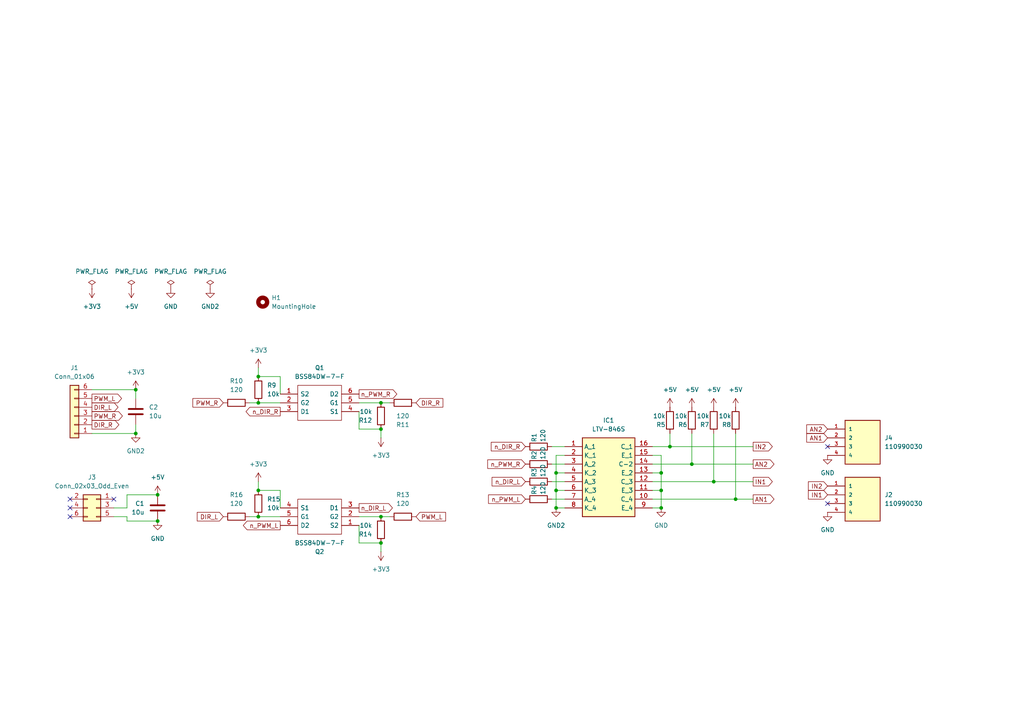
<source format=kicad_sch>
(kicad_sch (version 20231120) (generator "eeschema") (generator_version "8.0")
  (paper "A4")
  (lib_symbols
    (symbol "110990030:110990030" (pin_names (offset 1.016))
      (property "Reference" "J" (at -5.08 5.842 0))
      (property "Value" "110990030" (at -5.08 -8.382 0))
      (symbol "110990030_0_0"
        (rectangle (start -5.08 -7.62) (end 5.08 5.08) (stroke (width 0.254)) (fill (type background)))
        (pin passive line (at -10.16 2.54 0) (length 5.08) (name "1") (number "1"))
        (pin passive line (at -10.16 0 0) (length 5.08) (name "2") (number "2"))
        (pin passive line (at -10.16 -2.54 0) (length 5.08) (name "3") (number "3"))
        (pin passive line (at -10.16 -5.08 0) (length 5.08) (name "4") (number "4"))
      )
    )
    (symbol "BSS84DW-7-F:BSS84DW-7-F" (pin_names (offset 0.762))
      (property "Reference" "Q" (at 19.05 7.62 0))
      (property "Value" "BSS84DW-7-F" (at 19.05 5.08 0))
      (symbol "BSS84DW-7-F_0_0"
        (pin passive line (at 0 0 0) (length 5.08) (name "S2") (number "1"))
        (pin passive line (at 0 -2.54 0) (length 5.08) (name "G2") (number "2"))
        (pin passive line (at 0 -5.08 0) (length 5.08) (name "D1") (number "3"))
        (pin passive line (at 22.86 -5.08 180) (length 5.08) (name "S1") (number "4"))
        (pin passive line (at 22.86 -2.54 180) (length 5.08) (name "G1") (number "5"))
        (pin passive line (at 22.86 0 180) (length 5.08) (name "D2") (number "6"))
      )
      (symbol "BSS84DW-7-F_0_1"
        (polyline (pts (xy 5.08 2.54) (xy 17.78 2.54) (xy 17.78 -7.62) (xy 5.08 -7.62) (xy 5.08 2.54)) (stroke (width 0.1524)))
      )
    )
    (symbol "Connector_Generic:Conn_01x06" (pin_names (offset 1.016) hide)
      (property "Reference" "J" (at 0 7.62 0))
      (property "Value" "Conn_01x06" (at 0 -10.16 0))
      (symbol "Conn_01x06_1_1"
        (rectangle (start -1.27 -7.493) (end 0 -7.747) (stroke (width 0.1524)))
        (rectangle (start -1.27 -4.953) (end 0 -5.207) (stroke (width 0.1524)))
        (rectangle (start -1.27 -2.413) (end 0 -2.667) (stroke (width 0.1524)))
        (rectangle (start -1.27 0.127) (end 0 -0.127) (stroke (width 0.1524)))
        (rectangle (start -1.27 2.667) (end 0 2.413) (stroke (width 0.1524)))
        (rectangle (start -1.27 5.207) (end 0 4.953) (stroke (width 0.1524)))
        (rectangle (start -1.27 6.35) (end 1.27 -8.89) (stroke (width 0.254)) (fill (type background)))
        (pin passive line (at -5.08 5.08 0) (length 3.81) (name "Pin_1") (number "1"))
        (pin passive line (at -5.08 2.54 0) (length 3.81) (name "Pin_2") (number "2"))
        (pin passive line (at -5.08 0 0) (length 3.81) (name "Pin_3") (number "3"))
        (pin passive line (at -5.08 -2.54 0) (length 3.81) (name "Pin_4") (number "4"))
        (pin passive line (at -5.08 -5.08 0) (length 3.81) (name "Pin_5") (number "5"))
        (pin passive line (at -5.08 -7.62 0) (length 3.81) (name "Pin_6") (number "6"))
      )
    )
    (symbol "Connector_Generic:Conn_02x03_Odd_Even" (pin_names (offset 1.016) hide)
      (property "Reference" "J" (at 1.27 5.08 0))
      (property "Value" "Conn_02x03_Odd_Even" (at 1.27 -5.08 0))
      (symbol "Conn_02x03_Odd_Even_1_1"
        (rectangle (start -1.27 -2.413) (end 0 -2.667) (stroke (width 0.1524)))
        (rectangle (start -1.27 0.127) (end 0 -0.127) (stroke (width 0.1524)))
        (rectangle (start -1.27 2.667) (end 0 2.413) (stroke (width 0.1524)))
        (rectangle (start -1.27 3.81) (end 3.81 -3.81) (stroke (width 0.254)) (fill (type background)))
        (rectangle (start 3.81 -2.413) (end 2.54 -2.667) (stroke (width 0.1524)))
        (rectangle (start 3.81 0.127) (end 2.54 -0.127) (stroke (width 0.1524)))
        (rectangle (start 3.81 2.667) (end 2.54 2.413) (stroke (width 0.1524)))
        (pin passive line (at -5.08 2.54 0) (length 3.81) (name "Pin_1") (number "1"))
        (pin passive line (at 7.62 2.54 180) (length 3.81) (name "Pin_2") (number "2"))
        (pin passive line (at -5.08 0 0) (length 3.81) (name "Pin_3") (number "3"))
        (pin passive line (at 7.62 0 180) (length 3.81) (name "Pin_4") (number "4"))
        (pin passive line (at -5.08 -2.54 0) (length 3.81) (name "Pin_5") (number "5"))
        (pin passive line (at 7.62 -2.54 180) (length 3.81) (name "Pin_6") (number "6"))
      )
    )
    (symbol "Device:C" (pin_numbers hide) (pin_names (offset 0.254))
      (property "Reference" "C" (at 0.635 2.54 0))
      (property "Value" "C" (at 0.635 -2.54 0))
      (symbol "C_0_1"
        (polyline (pts (xy -2.032 -0.762) (xy 2.032 -0.762)) (stroke (width 0.508)))
        (polyline (pts (xy -2.032 0.762) (xy 2.032 0.762)) (stroke (width 0.508)))
      )
      (symbol "C_1_1"
        (pin passive line (at 0 3.81 270) (length 2.794) (name "~") (number "1"))
        (pin passive line (at 0 -3.81 90) (length 2.794) (name "~") (number "2"))
      )
    )
    (symbol "Device:R" (pin_numbers hide) (pin_names (offset 0))
      (property "Reference" "R" (at 2.032 0 90))
      (property "Value" "R" (at 0 0 90))
      (symbol "R_0_1"
        (rectangle (start -1.016 -2.54) (end 1.016 2.54) (stroke (width 0.254)))
      )
      (symbol "R_1_1"
        (pin passive line (at 0 3.81 270) (length 1.27) (name "~") (number "1"))
        (pin passive line (at 0 -3.81 90) (length 1.27) (name "~") (number "2"))
      )
    )
    (symbol "LTV-846S:LTV-846S"
      (property "Reference" "IC" (at 21.59 7.62 0))
      (property "Value" "LTV-846S" (at 21.59 5.08 0))
      (symbol "LTV-846S_1_1"
        (rectangle (start 5.08 2.54) (end 20.32 -20.32) (stroke (width 0.254)) (fill (type background)))
        (pin passive line (at 0 0 0) (length 5.08) (name "A_1") (number "1"))
        (pin passive line (at 25.4 -15.24 180) (length 5.08) (name "C_4") (number "10"))
        (pin passive line (at 25.4 -12.7 180) (length 5.08) (name "E_3") (number "11"))
        (pin passive line (at 25.4 -10.16 180) (length 5.08) (name "C_3") (number "12"))
        (pin passive line (at 25.4 -7.62 180) (length 5.08) (name "E_2") (number "13"))
        (pin passive line (at 25.4 -5.08 180) (length 5.08) (name "C-2") (number "14"))
        (pin passive line (at 25.4 -2.54 180) (length 5.08) (name "E_1") (number "15"))
        (pin passive line (at 25.4 0 180) (length 5.08) (name "C_1") (number "16"))
        (pin passive line (at 0 -2.54 0) (length 5.08) (name "K_1") (number "2"))
        (pin passive line (at 0 -5.08 0) (length 5.08) (name "A_2") (number "3"))
        (pin passive line (at 0 -7.62 0) (length 5.08) (name "K_2") (number "4"))
        (pin passive line (at 0 -10.16 0) (length 5.08) (name "A_3") (number "5"))
        (pin passive line (at 0 -12.7 0) (length 5.08) (name "K_3") (number "6"))
        (pin passive line (at 0 -15.24 0) (length 5.08) (name "A_4") (number "7"))
        (pin passive line (at 0 -17.78 0) (length 5.08) (name "K_4") (number "8"))
        (pin passive line (at 25.4 -17.78 180) (length 5.08) (name "E_4") (number "9"))
      )
    )
    (symbol "Mechanical:MountingHole" (pin_names (offset 1.016)) (exclude_from_sim yes) (in_bom no)
      (property "Reference" "H" (at 0 5.08 0))
      (property "Value" "MountingHole" (at 0 3.175 0))
      (symbol "MountingHole_0_1"
        (circle (center 0 0) (radius 1.27) (stroke (width 1.27)))
      )
    )
    (symbol "power:+3V3" (power) (pin_numbers hide) (pin_names (offset 0) hide)
      (property "Value" "+3V3" (at 0 3.556 0))
      (symbol "+3V3_0_1"
        (polyline (pts (xy -0.762 1.27) (xy 0 2.54)))
        (polyline (pts (xy 0 0) (xy 0 2.54)))
        (polyline (pts (xy 0 2.54) (xy 0.762 1.27)))
      )
      (symbol "+3V3_1_1"
        (pin power_in line (at 0 0 90) (length 0) (name "~") (number "1"))
      )
    )
    (symbol "power:+5V" (power) (pin_numbers hide) (pin_names (offset 0) hide)
      (property "Value" "+5V" (at 0 3.556 0))
      (symbol "+5V_0_1"
        (polyline (pts (xy -0.762 1.27) (xy 0 2.54)))
        (polyline (pts (xy 0 0) (xy 0 2.54)))
        (polyline (pts (xy 0 2.54) (xy 0.762 1.27)))
      )
      (symbol "+5V_1_1"
        (pin power_in line (at 0 0 90) (length 0) (name "~") (number "1"))
      )
    )
    (symbol "power:GND" (power) (pin_numbers hide) (pin_names (offset 0) hide)
      (property "Value" "GND" (at 0 -3.81 0))
      (symbol "GND_0_1"
        (polyline (pts (xy 0 0) (xy 0 -1.27) (xy 1.27 -1.27) (xy 0 -2.54) (xy -1.27 -1.27) (xy 0 -1.27)))
      )
      (symbol "GND_1_1"
        (pin power_in line (at 0 0 270) (length 0) (name "~") (number "1"))
      )
    )
    (symbol "power:GND1" (power) (pin_numbers hide) (pin_names (offset 0) hide)
      (property "Value" "GND1" (at 0 -3.81 0))
      (symbol "GND1_0_1"
        (polyline (pts (xy 0 0) (xy 0 -1.27) (xy 1.27 -1.27) (xy 0 -2.54) (xy -1.27 -1.27) (xy 0 -1.27)))
      )
      (symbol "GND1_1_1"
        (pin power_in line (at 0 0 270) (length 0) (name "~") (number "1"))
      )
    )
    (symbol "power:GND2" (power) (pin_numbers hide) (pin_names (offset 0) hide)
      (property "Value" "GND2" (at 0 -3.81 0))
      (symbol "GND2_0_1"
        (polyline (pts (xy 0 0) (xy 0 -1.27) (xy 1.27 -1.27) (xy 0 -2.54) (xy -1.27 -1.27) (xy 0 -1.27)))
      )
      (symbol "GND2_1_1"
        (pin power_in line (at 0 0 270) (length 0) (name "~") (number "1"))
      )
    )
    (symbol "power:PWR_FLAG" (power) (pin_numbers hide) (pin_names (offset 0) hide)
      (property "Value" "PWR_FLAG" (at 0 3.81 0))
      (symbol "PWR_FLAG_0_0"
        (pin power_out line (at 0 0 90) (length 0) (name "~") (number "1"))
      )
      (symbol "PWR_FLAG_0_1"
        (polyline (pts (xy 0 0) (xy 0 1.27) (xy -1.016 1.905) (xy 0 2.54) (xy 1.016 1.905) (xy 0 1.27)))
      )
    )
  )
  (junction (at 207.01 139.7))
  (junction (at 39.37 125.73))
  (junction (at 110.49 149.86))
  (junction (at 194.31 129.54))
  (junction (at 45.72 143.51))
  (junction (at 161.29 142.24))
  (junction (at 191.77 147.32))
  (junction (at 200.66 134.62))
  (junction (at 110.49 124.46))
  (junction (at 74.93 149.86))
  (junction (at 191.77 137.16))
  (junction (at 161.29 147.32))
  (junction (at 213.36 144.78))
  (junction (at 161.29 137.16))
  (junction (at 45.72 151.13))
  (junction (at 191.77 142.24))
  (junction (at 39.37 113.03))
  (junction (at 110.49 157.48))
  (junction (at 110.49 116.84))
  (junction (at 74.93 142.24))
  (junction (at 74.93 109.22))
  (junction (at 74.93 116.84))
  (no_connect (at 240.03 146.05))
  (no_connect (at 240.03 129.54))
  (no_connect (at 20.32 149.86))
  (no_connect (at 20.32 144.78))
  (no_connect (at 33.02 144.78))
  (no_connect (at 20.32 147.32))
  (wire (pts (xy 194.31 125.73) (xy 194.31 129.54)))
  (wire (pts (xy 110.49 124.46) (xy 104.14 124.46)))
  (wire (pts (xy 104.14 124.46) (xy 104.14 119.38)))
  (wire (pts (xy 104.14 157.48) (xy 104.14 152.4)))
  (wire (pts (xy 72.39 149.86) (xy 74.93 149.86)))
  (wire (pts (xy 213.36 144.78) (xy 218.44 144.78)))
  (wire (pts (xy 113.03 149.86) (xy 110.49 149.86)))
  (wire (pts (xy 189.23 147.32) (xy 191.77 147.32)))
  (wire (pts (xy 191.77 132.08) (xy 191.77 137.16)))
  (wire (pts (xy 163.83 147.32) (xy 161.29 147.32)))
  (wire (pts (xy 74.93 142.24) (xy 81.28 142.24)))
  (wire (pts (xy 163.83 142.24) (xy 161.29 142.24)))
  (wire (pts (xy 200.66 125.73) (xy 200.66 134.62)))
  (wire (pts (xy 191.77 142.24) (xy 191.77 147.32)))
  (wire (pts (xy 39.37 113.03) (xy 39.37 115.57)))
  (wire (pts (xy 163.83 132.08) (xy 161.29 132.08)))
  (wire (pts (xy 45.72 143.51) (xy 36.83 143.51)))
  (wire (pts (xy 161.29 142.24) (xy 161.29 147.32)))
  (wire (pts (xy 110.49 124.46) (xy 110.49 127)))
  (wire (pts (xy 45.72 151.13) (xy 36.83 151.13)))
  (wire (pts (xy 189.23 139.7) (xy 207.01 139.7)))
  (wire (pts (xy 74.93 149.86) (xy 81.28 149.86)))
  (wire (pts (xy 72.39 116.84) (xy 74.93 116.84)))
  (wire (pts (xy 39.37 113.03) (xy 26.67 113.03)))
  (wire (pts (xy 110.49 149.86) (xy 104.14 149.86)))
  (wire (pts (xy 110.49 157.48) (xy 104.14 157.48)))
  (wire (pts (xy 189.23 132.08) (xy 191.77 132.08)))
  (wire (pts (xy 160.02 134.62) (xy 163.83 134.62)))
  (wire (pts (xy 194.31 129.54) (xy 218.44 129.54)))
  (wire (pts (xy 113.03 116.84) (xy 110.49 116.84)))
  (wire (pts (xy 189.23 144.78) (xy 213.36 144.78)))
  (wire (pts (xy 161.29 132.08) (xy 161.29 137.16)))
  (wire (pts (xy 200.66 134.62) (xy 218.44 134.62)))
  (wire (pts (xy 207.01 125.73) (xy 207.01 139.7)))
  (wire (pts (xy 81.28 109.22) (xy 81.28 114.3)))
  (wire (pts (xy 39.37 125.73) (xy 26.67 125.73)))
  (wire (pts (xy 36.83 147.32) (xy 33.02 147.32)))
  (wire (pts (xy 189.23 134.62) (xy 200.66 134.62)))
  (wire (pts (xy 160.02 144.78) (xy 163.83 144.78)))
  (wire (pts (xy 36.83 149.86) (xy 36.83 151.13)))
  (wire (pts (xy 110.49 157.48) (xy 110.49 160.02)))
  (wire (pts (xy 160.02 139.7) (xy 163.83 139.7)))
  (wire (pts (xy 161.29 137.16) (xy 161.29 142.24)))
  (wire (pts (xy 110.49 116.84) (xy 104.14 116.84)))
  (wire (pts (xy 33.02 149.86) (xy 36.83 149.86)))
  (wire (pts (xy 74.93 109.22) (xy 81.28 109.22)))
  (wire (pts (xy 74.93 109.22) (xy 74.93 106.68)))
  (wire (pts (xy 189.23 129.54) (xy 194.31 129.54)))
  (wire (pts (xy 39.37 123.19) (xy 39.37 125.73)))
  (wire (pts (xy 81.28 142.24) (xy 81.28 147.32)))
  (wire (pts (xy 189.23 137.16) (xy 191.77 137.16)))
  (wire (pts (xy 189.23 142.24) (xy 191.77 142.24)))
  (wire (pts (xy 74.93 142.24) (xy 74.93 139.7)))
  (wire (pts (xy 36.83 143.51) (xy 36.83 147.32)))
  (wire (pts (xy 207.01 139.7) (xy 218.44 139.7)))
  (wire (pts (xy 213.36 125.73) (xy 213.36 144.78)))
  (wire (pts (xy 191.77 137.16) (xy 191.77 142.24)))
  (wire (pts (xy 74.93 116.84) (xy 81.28 116.84)))
  (wire (pts (xy 160.02 129.54) (xy 163.83 129.54)))
  (wire (pts (xy 163.83 137.16) (xy 161.29 137.16)))
  (label "" (at 120.65 149.86 90))
  (label "" (at 120.65 149.86 90))
  (label "" (at 64.77 116.84 270))
  (label "" (at 64.77 116.84 270))
  (global_label "DIR_L" (shape input) (at 64.77 149.86 180) (property "Intersheetrefs" "${INTERSHEET_REFS}" (effects (hide yes))))
  (global_label "n_PWM_L" (shape input) (at 152.4 144.78 180) (property "Intersheetrefs" "${INTERSHEET_REFS}" (effects (hide yes))))
  (global_label "DIR_R" (shape input) (at 120.65 116.84 0) (property "Intersheetrefs" "${INTERSHEET_REFS}" (effects (hide yes))))
  (global_label "PWM_R" (shape input) (at 64.77 116.84 180) (property "Intersheetrefs" "${INTERSHEET_REFS}" (effects (hide yes))))
  (global_label "PWM_R" (shape output) (at 26.67 120.65 0) (property "Intersheetrefs" "${INTERSHEET_REFS}" (effects (hide yes))))
  (global_label "n_DIR_R" (shape output) (at 81.28 119.38 180) (property "Intersheetrefs" "${INTERSHEET_REFS}" (effects (hide yes))))
  (global_label "n_DIR_L" (shape input) (at 152.4 139.7 180) (property "Intersheetrefs" "${INTERSHEET_REFS}" (effects (hide yes))))
  (global_label "AN2" (shape output) (at 218.44 134.62 0) (property "Intersheetrefs" "${INTERSHEET_REFS}" (effects (hide yes))))
  (global_label "IN1" (shape output) (at 218.44 139.7 0) (property "Intersheetrefs" "${INTERSHEET_REFS}" (effects (hide yes))))
  (global_label "IN2" (shape input) (at 240.03 140.97 180) (property "Intersheetrefs" "${INTERSHEET_REFS}" (effects (hide yes))))
  (global_label "AN1" (shape input) (at 240.03 127 180) (property "Intersheetrefs" "${INTERSHEET_REFS}" (effects (hide yes))))
  (global_label "AN1" (shape output) (at 218.44 144.78 0) (property "Intersheetrefs" "${INTERSHEET_REFS}" (effects (hide yes))))
  (global_label "AN2" (shape input) (at 240.03 124.46 180) (property "Intersheetrefs" "${INTERSHEET_REFS}" (effects (hide yes))))
  (global_label "DIR_R" (shape output) (at 26.67 123.19 0) (property "Intersheetrefs" "${INTERSHEET_REFS}" (effects (hide yes))))
  (global_label "PWM_L" (shape input) (at 120.65 149.86 0) (property "Intersheetrefs" "${INTERSHEET_REFS}" (effects (hide yes))))
  (global_label "n_PWM_L" (shape output) (at 81.28 152.4 180) (property "Intersheetrefs" "${INTERSHEET_REFS}" (effects (hide yes))))
  (global_label "n_DIR_L" (shape output) (at 104.14 147.32 0) (property "Intersheetrefs" "${INTERSHEET_REFS}" (effects (hide yes))))
  (global_label "n_PWM_R" (shape input) (at 152.4 134.62 180) (property "Intersheetrefs" "${INTERSHEET_REFS}" (effects (hide yes))))
  (global_label "n_PWM_R" (shape output) (at 104.14 114.3 0) (property "Intersheetrefs" "${INTERSHEET_REFS}" (effects (hide yes))))
  (global_label "n_DIR_R" (shape input) (at 152.4 129.54 180) (property "Intersheetrefs" "${INTERSHEET_REFS}" (effects (hide yes))))
  (global_label "DIR_L" (shape output) (at 26.67 118.11 0) (property "Intersheetrefs" "${INTERSHEET_REFS}" (effects (hide yes))))
  (global_label "IN1" (shape input) (at 240.03 143.51 180) (property "Intersheetrefs" "${INTERSHEET_REFS}" (effects (hide yes))))
  (global_label "PWM_L" (shape output) (at 26.67 115.57 0) (property "Intersheetrefs" "${INTERSHEET_REFS}" (effects (hide yes))))
  (global_label "IN2" (shape output) (at 218.44 129.54 0) (property "Intersheetrefs" "${INTERSHEET_REFS}" (effects (hide yes))))
  (symbol (lib_id "Device:R") (at 156.21 134.62 90) (unit 1)
    (property "Reference" "R2" (at 154.94 133.35 0) (effects (justify left)))
    (property "Value" "120" (at 157.48 133.35 0) (effects (justify left)))
    (property "Footprint" "Resistor_SMD:R_0603_1608Metric" (effects (hide yes)))
    (property "Description" "Resistor" (effects (hide yes)))
  )
  (symbol (lib_id "Device:R") (at 156.21 144.78 90) (unit 1)
    (property "Reference" "R4" (at 154.94 143.51 0) (effects (justify left)))
    (property "Value" "120" (at 157.48 143.51 0) (effects (justify left)))
    (property "Footprint" "Resistor_SMD:R_0603_1608Metric" (effects (hide yes)))
    (property "Description" "Resistor" (effects (hide yes)))
  )
  (symbol (lib_id "power:+5V") (at 213.36 118.11 0) (unit 1)
    (property "Reference" "#PWR09" (effects (hide yes)))
    (property "Value" "+5V" (at 213.36 113.03 0))
    (property "Description" "Power symbol creates a global label with name \"+5V\"" (effects (hide yes)))
  )
  (symbol (lib_id "power:PWR_FLAG") (at 38.1 83.82 0) (unit 1)
    (property "Reference" "#FLG01" (effects (hide yes)))
    (property "Value" "PWR_FLAG" (at 38.1 78.74 0))
    (property "Description" "Special symbol for telling ERC where power comes from" (effects (hide yes)))
  )
  (symbol (lib_id "power:GND") (at 191.77 147.32 0) (unit 1)
    (property "Reference" "#PWR02" (effects (hide yes)))
    (property "Value" "GND" (at 191.77 152.4 0))
    (property "Description" "Power symbol creates a global label with name \"GND\" , ground" (effects (hide yes)))
  )
  (symbol (lib_id "power:+5V") (at 207.01 118.11 0) (unit 1)
    (property "Reference" "#PWR08" (effects (hide yes)))
    (property "Value" "+5V" (at 207.01 113.03 0))
    (property "Description" "Power symbol creates a global label with name \"+5V\"" (effects (hide yes)))
  )
  (symbol (lib_id "Connector_Generic:Conn_01x06") (at 21.59 120.65 180) (unit 1)
    (property "Reference" "J1" (at 21.59 106.68 0))
    (property "Value" "Conn_01x06" (at 21.59 109.22 0))
    (property "Footprint" "Connector_JST:JST_XH_B6B-XH-A_1x06_P2.50mm_Vertical" (effects (hide yes)))
    (property "Description" "Generic connector, single row, 01x06, script generated (kicad-library-utils/schlib/autogen/connector/)" (effects (hide yes)))
  )
  (symbol (lib_id "Device:R") (at 116.84 116.84 90) (unit 1)
    (property "Reference" "R11" (at 116.84 123.19 90))
    (property "Value" "120" (at 116.84 120.65 90))
    (property "Footprint" "Resistor_SMD:R_0603_1608Metric" (effects (hide yes)))
    (property "Description" "Resistor" (effects (hide yes)))
  )
  (symbol (lib_id "Device:R") (at 194.31 121.92 180) (unit 1)
    (property "Reference" "R5" (at 193.04 123.19 0) (effects (justify left)))
    (property "Value" "10k" (at 193.04 120.65 0) (effects (justify left)))
    (property "Footprint" "Resistor_SMD:R_0603_1608Metric" (effects (hide yes)))
    (property "Description" "Resistor" (effects (hide yes)))
  )
  (symbol (lib_id "Device:C") (at 39.37 119.38 0) (unit 1)
    (property "Reference" "C2" (at 43.18 118.1099 0) (effects (justify left)))
    (property "Value" "10u" (at 43.18 120.6499 0) (effects (justify left)))
    (property "Footprint" "Capacitor_SMD:C_0603_1608Metric" (effects (hide yes)))
    (property "Description" "Unpolarized capacitor" (effects (hide yes)))
  )
  (symbol (lib_id "Device:R") (at 110.49 153.67 180) (unit 1)
    (property "Reference" "R14" (at 107.95 154.9401 0) (effects (justify left)))
    (property "Value" "10k" (at 107.95 152.4001 0) (effects (justify left)))
    (property "Footprint" "Resistor_SMD:R_0603_1608Metric" (effects (hide yes)))
    (property "Description" "Resistor" (effects (hide yes)))
  )
  (symbol (lib_id "power:+3V3") (at 110.49 127 180) (unit 1)
    (property "Reference" "#PWR016" (effects (hide yes)))
    (property "Value" "+3V3" (at 110.49 132.08 0))
    (property "Description" "Power symbol creates a global label with name \"+3V3\"" (effects (hide yes)))
  )
  (symbol (lib_id "Device:R") (at 74.93 146.05 0) (unit 1)
    (property "Reference" "R15" (at 77.47 144.7799 0) (effects (justify left)))
    (property "Value" "10k" (at 77.47 147.3199 0) (effects (justify left)))
    (property "Footprint" "Resistor_SMD:R_0603_1608Metric" (effects (hide yes)))
    (property "Description" "Resistor" (effects (hide yes)))
  )
  (symbol (lib_id "Mechanical:MountingHole") (at 76.2 87.63 0) (unit 1) (exclude_from_sim yes) (in_bom no)
    (property "Reference" "H1" (at 78.74 86.3599 0) (effects (justify left)))
    (property "Value" "MountingHole" (at 78.74 88.8999 0) (effects (justify left)))
    (property "Footprint" "MountingHole:MountingHole_4.3mm_M4" (effects (hide yes)))
    (property "Description" "Mounting Hole without connection" (effects (hide yes)))
  )
  (symbol (lib_id "power:GND") (at 45.72 151.13 0) (mirror y) (unit 1)
    (property "Reference" "#PWR07" (effects (hide yes)))
    (property "Value" "GND" (at 45.72 156.21 0))
    (property "Description" "Power symbol creates a global label with name \"GND\" , ground" (effects (hide yes)))
  )
  (symbol (lib_id "Device:R") (at 156.21 129.54 90) (unit 1)
    (property "Reference" "R1" (at 154.94 128.27 0) (effects (justify left)))
    (property "Value" "120" (at 157.48 128.27 0) (effects (justify left)))
    (property "Footprint" "Resistor_SMD:R_0603_1608Metric" (effects (hide yes)))
    (property "Description" "Resistor" (effects (hide yes)))
  )
  (symbol (lib_id "power:+3V3") (at 74.93 139.7 0) (unit 1)
    (property "Reference" "#PWR018" (effects (hide yes)))
    (property "Value" "+3V3" (at 74.93 134.62 0))
    (property "Description" "Power symbol creates a global label with name \"+3V3\"" (effects (hide yes)))
  )
  (symbol (lib_id "power:GND") (at 240.03 132.08 0) (unit 1)
    (property "Reference" "#PWR021" (effects (hide yes)))
    (property "Value" "GND" (at 240.03 137.16 0))
    (property "Description" "Power symbol creates a global label with name \"GND\" , ground" (effects (hide yes)))
  )
  (symbol (lib_id "BSS84DW-7-F:BSS84DW-7-F") (at 81.28 114.3 0) (unit 1)
    (property "Reference" "Q1" (at 92.71 106.68 0))
    (property "Value" "BSS84DW-7-F" (at 92.71 109.22 0))
    (property "Footprint" "BSS84DW-7-F:SOT65P222X110-6N" (effects (hide yes)))
    (property "Datasheet" "https://www.diodes.com//assets/Datasheets/BSS84DW.pdf" (effects (hide yes)))
    (property "Description" "Mosfet Array 50V 130mA 300mW Surface Mount SOT-363" (effects (hide yes)))
    (property "Height" "1.1" (effects (hide yes)))
    (property "Mouser Part Number" "621-BSS84DW-F" (effects (hide yes)))
    (property "Mouser Price/Stock" "https://www.mouser.co.uk/ProductDetail/Diodes-Incorporated/BSS84DW-7-F?qs=1M14lwF4%2Fg%252B%252B8wUnulPPww%3D%3D" (effects (hide yes)))
    (property "Manufacturer_Name" "Diodes Incorporated" (effects (hide yes)))
    (property "Manufacturer_Part_Number" "BSS84DW-7-F" (effects (hide yes)))
  )
  (symbol (lib_id "power:GND1") (at 161.29 147.32 0) (unit 1)
    (property "Reference" "#PWR019" (effects (hide yes)))
    (property "Value" "GND2" (at 161.29 152.4 0))
    (property "Description" "Power symbol creates a global label with name \"GND1\" , ground" (effects (hide yes)))
  )
  (symbol (lib_id "power:GND") (at 240.03 148.59 0) (unit 1)
    (property "Reference" "#PWR020" (effects (hide yes)))
    (property "Value" "GND" (at 240.03 153.67 0))
    (property "Description" "Power symbol creates a global label with name \"GND\" , ground" (effects (hide yes)))
  )
  (symbol (lib_id "110990030:110990030") (at 250.19 143.51 0) (unit 1)
    (property "Reference" "J2" (at 256.54 143.5099 0) (effects (justify left)))
    (property "Value" "110990030" (at 256.54 146.0499 0) (effects (justify left)))
    (property "Footprint" "110990030:SEEED_110990030" (effects (hide yes)))
    (property "MF" "Seeed Technology" (effects (hide yes)))
    (property "MAXIMUM_PACKAGE_HEIGHT" "8.1mm" (effects (hide yes)))
    (property "Package" "None" (effects (hide yes)))
    (property "Price" "None" (effects (hide yes)))
    (property "Check_prices" "https://www.snapeda.com/parts/110990030/Seeed+Technology+Co.%252C+Ltd/view-part/?ref=eda" (effects (hide yes)))
    (property "STANDARD" "Manufacturer Recommendations" (effects (hide yes)))
    (property "PARTREV" "A" (effects (hide yes)))
    (property "SnapEDA_Link" "https://www.snapeda.com/parts/110990030/Seeed+Technology+Co.%252C+Ltd/view-part/?ref=snap" (effects (hide yes)))
    (property "MP" "110990030" (effects (hide yes)))
    (property "Purchase-URL" "https://www.snapeda.com/api/url_track_click_mouser/?unipart_id=583576&manufacturer=Seeed Technology&part_name=110990030&search_term=None" (effects (hide yes)))
    (property "Description_1" "\nGROVE 2MM 4PIN VERT CONN 10PCS\n" (effects (hide yes)))
    (property "Availability" "In Stock" (effects (hide yes)))
    (property "MANUFACTURER" "Seeed Technology" (effects (hide yes)))
  )
  (symbol (lib_id "Device:R") (at 200.66 121.92 180) (unit 1)
    (property "Reference" "R6" (at 199.39 123.19 0) (effects (justify left)))
    (property "Value" "10k" (at 199.39 120.65 0) (effects (justify left)))
    (property "Footprint" "Resistor_SMD:R_0603_1608Metric" (effects (hide yes)))
    (property "Description" "Resistor" (effects (hide yes)))
  )
  (symbol (lib_id "power:+3V3") (at 26.67 83.82 180) (unit 1)
    (property "Reference" "#PWR010" (effects (hide yes)))
    (property "Value" "+3V3" (at 26.67 88.9 0))
    (property "Description" "Power symbol creates a global label with name \"+3V3\"" (effects (hide yes)))
  )
  (symbol (lib_id "power:+5V") (at 45.72 143.51 0) (mirror y) (unit 1)
    (property "Reference" "#PWR06" (effects (hide yes)))
    (property "Value" "+5V" (at 45.72 138.43 0))
    (property "Description" "Power symbol creates a global label with name \"+5V\"" (effects (hide yes)))
  )
  (symbol (lib_id "power:PWR_FLAG") (at 26.67 83.82 0) (unit 1)
    (property "Reference" "#FLG04" (effects (hide yes)))
    (property "Value" "PWR_FLAG" (at 26.67 78.74 0))
    (property "Description" "Special symbol for telling ERC where power comes from" (effects (hide yes)))
  )
  (symbol (lib_id "Device:R") (at 207.01 121.92 180) (unit 1)
    (property "Reference" "R7" (at 205.74 123.19 0) (effects (justify left)))
    (property "Value" "10k" (at 205.74 120.65 0) (effects (justify left)))
    (property "Footprint" "Resistor_SMD:R_0603_1608Metric" (effects (hide yes)))
    (property "Description" "Resistor" (effects (hide yes)))
  )
  (symbol (lib_id "Device:R") (at 110.49 120.65 180) (unit 1)
    (property "Reference" "R12" (at 107.95 121.9201 0) (effects (justify left)))
    (property "Value" "10k" (at 107.95 119.3801 0) (effects (justify left)))
    (property "Footprint" "Resistor_SMD:R_0603_1608Metric" (effects (hide yes)))
    (property "Description" "Resistor" (effects (hide yes)))
  )
  (symbol (lib_id "LTV-846S:LTV-846S") (at 163.83 129.54 0) (unit 1)
    (property "Reference" "IC1" (at 176.53 121.92 0))
    (property "Value" "LTV-846S" (at 176.53 124.46 0))
    (property "Footprint" "LTV-846S:LTV846S" (effects (hide yes)))
    (property "Datasheet" "https://media.digikey.com/pdf/Data%20Sheets/Lite-On%20PDFs/LTV-816_826_846.pdf" (effects (hide yes)))
    (property "Description" "Optocoupler Transistor O/P, 80V, SMD16 Lite-On LTV-846S DC Input Transistor Output Quad Optocoupler, Surface Mount, 16-Pin PDIP" (effects (hide yes)))
    (property "Height" "4.6" (effects (hide yes)))
    (property "Mouser Part Number" "859-LTV-846S" (effects (hide yes)))
    (property "Mouser Price/Stock" "https://www.mouser.co.uk/ProductDetail/Lite-On/LTV-846S?qs=mugDbBsgkzfnKotYIW64TQ%3D%3D" (effects (hide yes)))
    (property "Manufacturer_Name" "Lite-On" (effects (hide yes)))
    (property "Manufacturer_Part_Number" "LTV-846S" (effects (hide yes)))
  )
  (symbol (lib_id "Device:C") (at 45.72 147.32 0) (mirror x) (unit 1)
    (property "Reference" "C1" (at 41.91 146.0499 0) (effects (justify right)))
    (property "Value" "10u" (at 41.91 148.5899 0) (effects (justify right)))
    (property "Footprint" "Capacitor_SMD:C_0603_1608Metric" (effects (hide yes)))
    (property "Description" "Unpolarized capacitor" (effects (hide yes)))
  )
  (symbol (lib_id "power:+5V") (at 194.31 118.11 0) (unit 1)
    (property "Reference" "#PWR03" (effects (hide yes)))
    (property "Value" "+5V" (at 194.31 113.03 0))
    (property "Description" "Power symbol creates a global label with name \"+5V\"" (effects (hide yes)))
  )
  (symbol (lib_id "power:+3V3") (at 74.93 106.68 0) (unit 1)
    (property "Reference" "#PWR015" (effects (hide yes)))
    (property "Value" "+3V3" (at 74.93 101.6 0))
    (property "Description" "Power symbol creates a global label with name \"+3V3\"" (effects (hide yes)))
  )
  (symbol (lib_id "Device:R") (at 213.36 121.92 180) (unit 1)
    (property "Reference" "R8" (at 212.09 123.19 0) (effects (justify left)))
    (property "Value" "10k" (at 212.09 120.65 0) (effects (justify left)))
    (property "Footprint" "Resistor_SMD:R_0603_1608Metric" (effects (hide yes)))
    (property "Description" "Resistor" (effects (hide yes)))
  )
  (symbol (lib_id "power:+3V3") (at 39.37 113.03 0) (unit 1)
    (property "Reference" "#PWR014" (effects (hide yes)))
    (property "Value" "+3V3" (at 39.37 107.95 0))
    (property "Description" "Power symbol creates a global label with name \"+3V3\"" (effects (hide yes)))
  )
  (symbol (lib_id "Device:R") (at 68.58 116.84 270) (unit 1)
    (property "Reference" "R10" (at 68.58 110.49 90))
    (property "Value" "120" (at 68.58 113.03 90))
    (property "Footprint" "Resistor_SMD:R_0603_1608Metric" (effects (hide yes)))
    (property "Description" "Resistor" (effects (hide yes)))
  )
  (symbol (lib_id "power:+5V") (at 200.66 118.11 0) (unit 1)
    (property "Reference" "#PWR04" (effects (hide yes)))
    (property "Value" "+5V" (at 200.66 113.03 0))
    (property "Description" "Power symbol creates a global label with name \"+5V\"" (effects (hide yes)))
  )
  (symbol (lib_id "power:GND2") (at 39.37 125.73 0) (unit 1)
    (property "Reference" "#PWR05" (effects (hide yes)))
    (property "Value" "GND2" (at 39.37 130.81 0))
    (property "Description" "Power symbol creates a global label with name \"GND2\" , ground" (effects (hide yes)))
  )
  (symbol (lib_id "power:PWR_FLAG") (at 60.96 83.82 0) (unit 1)
    (property "Reference" "#FLG03" (effects (hide yes)))
    (property "Value" "PWR_FLAG" (at 60.96 78.74 0))
    (property "Description" "Special symbol for telling ERC where power comes from" (effects (hide yes)))
  )
  (symbol (lib_id "Device:R") (at 68.58 149.86 270) (unit 1)
    (property "Reference" "R16" (at 68.58 143.51 90))
    (property "Value" "120" (at 68.58 146.05 90))
    (property "Footprint" "Resistor_SMD:R_0603_1608Metric" (effects (hide yes)))
    (property "Description" "Resistor" (effects (hide yes)))
  )
  (symbol (lib_id "power:+5V") (at 38.1 83.82 180) (unit 1)
    (property "Reference" "#PWR011" (effects (hide yes)))
    (property "Value" "+5V" (at 38.1 88.9 0))
    (property "Description" "Power symbol creates a global label with name \"+5V\"" (effects (hide yes)))
  )
  (symbol (lib_id "power:+3V3") (at 110.49 160.02 180) (unit 1)
    (property "Reference" "#PWR017" (effects (hide yes)))
    (property "Value" "+3V3" (at 110.49 165.1 0))
    (property "Description" "Power symbol creates a global label with name \"+3V3\"" (effects (hide yes)))
  )
  (symbol (lib_id "Device:R") (at 156.21 139.7 90) (unit 1)
    (property "Reference" "R3" (at 154.94 138.43 0) (effects (justify left)))
    (property "Value" "120" (at 157.48 138.43 0) (effects (justify left)))
    (property "Footprint" "Resistor_SMD:R_0603_1608Metric" (effects (hide yes)))
    (property "Description" "Resistor" (effects (hide yes)))
  )
  (symbol (lib_id "power:PWR_FLAG") (at 49.53 83.82 0) (unit 1)
    (property "Reference" "#FLG02" (effects (hide yes)))
    (property "Value" "PWR_FLAG" (at 49.53 78.74 0))
    (property "Description" "Special symbol for telling ERC where power comes from" (effects (hide yes)))
  )
  (symbol (lib_id "power:GND") (at 49.53 83.82 0) (unit 1)
    (property "Reference" "#PWR012" (effects (hide yes)))
    (property "Value" "GND" (at 49.53 88.9 0))
    (property "Description" "Power symbol creates a global label with name \"GND\" , ground" (effects (hide yes)))
  )
  (symbol (lib_id "Device:R") (at 74.93 113.03 0) (unit 1)
    (property "Reference" "R9" (at 77.47 111.7599 0) (effects (justify left)))
    (property "Value" "10k" (at 77.47 114.2999 0) (effects (justify left)))
    (property "Footprint" "Resistor_SMD:R_0603_1608Metric" (effects (hide yes)))
    (property "Description" "Resistor" (effects (hide yes)))
  )
  (symbol (lib_id "power:GND1") (at 60.96 83.82 0) (unit 1)
    (property "Reference" "#PWR013" (effects (hide yes)))
    (property "Value" "GND2" (at 60.96 88.9 0))
    (property "Description" "Power symbol creates a global label with name \"GND1\" , ground" (effects (hide yes)))
  )
  (symbol (lib_id "Connector_Generic:Conn_02x03_Odd_Even") (at 27.94 147.32 0) (mirror y) (unit 1)
    (property "Reference" "J3" (at 26.67 138.43 0))
    (property "Value" "Conn_02x03_Odd_Even" (at 26.67 140.97 0))
    (property "Footprint" "Connector_PinSocket_2.54mm:PinSocket_2x03_P2.54mm_Vertical" (effects (hide yes)))
    (property "Description" "Generic connector, double row, 02x03, odd/even pin numbering scheme (row 1 odd numbers, row 2 even numbers), script generated (kicad-library-utils/schlib/autogen/connector/)" (effects (hide yes)))
  )
  (symbol (lib_id "Device:R") (at 116.84 149.86 90) (unit 1)
    (property "Reference" "R13" (at 116.84 143.51 90))
    (property "Value" "120" (at 116.84 146.05 90))
    (property "Footprint" "Resistor_SMD:R_0603_1608Metric" (effects (hide yes)))
    (property "Description" "Resistor" (effects (hide yes)))
  )
  (symbol (lib_id "110990030:110990030") (at 250.19 127 0) (unit 1)
    (property "Reference" "J4" (at 256.54 126.9999 0) (effects (justify left)))
    (property "Value" "110990030" (at 256.54 129.5399 0) (effects (justify left)))
    (property "Footprint" "110990030:SEEED_110990030" (effects (hide yes)))
    (property "MF" "Seeed Technology" (effects (hide yes)))
    (property "MAXIMUM_PACKAGE_HEIGHT" "8.1mm" (effects (hide yes)))
    (property "Package" "None" (effects (hide yes)))
    (property "Price" "None" (effects (hide yes)))
    (property "Check_prices" "https://www.snapeda.com/parts/110990030/Seeed+Technology+Co.%252C+Ltd/view-part/?ref=eda" (effects (hide yes)))
    (property "STANDARD" "Manufacturer Recommendations" (effects (hide yes)))
    (property "PARTREV" "A" (effects (hide yes)))
    (property "SnapEDA_Link" "https://www.snapeda.com/parts/110990030/Seeed+Technology+Co.%252C+Ltd/view-part/?ref=snap" (effects (hide yes)))
    (property "MP" "110990030" (effects (hide yes)))
    (property "Purchase-URL" "https://www.snapeda.com/api/url_track_click_mouser/?unipart_id=583576&manufacturer=Seeed Technology&part_name=110990030&search_term=None" (effects (hide yes)))
    (property "Description_1" "\nGROVE 2MM 4PIN VERT CONN 10PCS\n" (effects (hide yes)))
    (property "Availability" "In Stock" (effects (hide yes)))
    (property "MANUFACTURER" "Seeed Technology" (effects (hide yes)))
  )
  (symbol (lib_id "BSS84DW-7-F:BSS84DW-7-F") (at 104.14 152.4 180) (unit 1)
    (property "Reference" "Q2" (at 92.71 160.02 0))
    (property "Value" "BSS84DW-7-F" (at 92.71 157.48 0))
    (property "Footprint" "BSS84DW-7-F:SOT65P222X110-6N" (effects (hide yes)))
    (property "Datasheet" "https://www.diodes.com//assets/Datasheets/BSS84DW.pdf" (effects (hide yes)))
    (property "Description" "Mosfet Array 50V 130mA 300mW Surface Mount SOT-363" (effects (hide yes)))
    (property "Height" "1.1" (effects (hide yes)))
    (property "Mouser Part Number" "621-BSS84DW-F" (effects (hide yes)))
    (property "Mouser Price/Stock" "https://www.mouser.co.uk/ProductDetail/Diodes-Incorporated/BSS84DW-7-F?qs=1M14lwF4%2Fg%252B%252B8wUnulPPww%3D%3D" (effects (hide yes)))
    (property "Manufacturer_Name" "Diodes Incorporated" (effects (hide yes)))
    (property "Manufacturer_Part_Number" "BSS84DW-7-F" (effects (hide yes)))
  )
)
</source>
